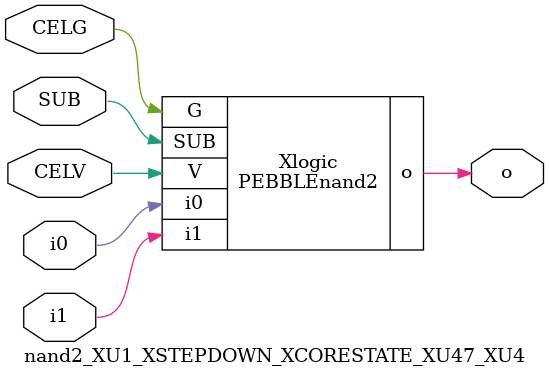
<source format=v>



module PEBBLEnand2 ( o, G, SUB, V, i0, i1 );

  input i0;
  input V;
  input i1;
  input G;
  output o;
  input SUB;
endmodule

//Celera Confidential Do Not Copy nand2_XU1_XSTEPDOWN_XCORESTATE_XU47_XU4
//Celera Confidential Symbol Generator
//5V NAND2
module nand2_XU1_XSTEPDOWN_XCORESTATE_XU47_XU4 (CELV,CELG,i0,i1,o,SUB);
input CELV;
input CELG;
input i0;
input i1;
input SUB;
output o;

//Celera Confidential Do Not Copy nand2
PEBBLEnand2 Xlogic(
.V (CELV),
.i0 (i0),
.i1 (i1),
.o (o),
.SUB (SUB),
.G (CELG)
);
//,diesize,PEBBLEnand2

//Celera Confidential Do Not Copy Module End
//Celera Schematic Generator
endmodule

</source>
